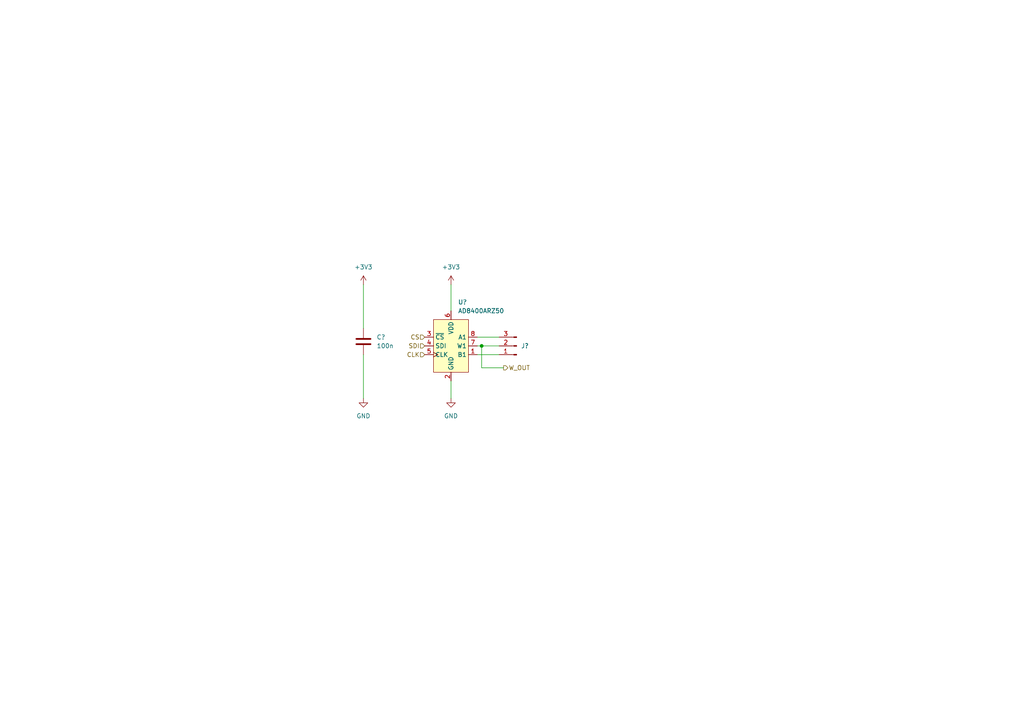
<source format=kicad_sch>
(kicad_sch (version 20211123) (generator eeschema)
  (paper "A4")
  (lib_symbols
    (symbol "Connector:Conn_01x03_Male" (pin_names (offset 1.016) hide)
      (property "Reference" "J" (at 0 5.08 0))
      (property "Value" "Conn_01x03_Male" (at 0 -5.08 0))
      (symbol "Conn_01x03_Male_1_1"
        (polyline (pts (xy 1.27 -2.54) (xy 0.8636 -2.54)) (stroke (width 0.1524)))
        (polyline (pts (xy 1.27 0) (xy 0.8636 0)) (stroke (width 0.1524)))
        (polyline (pts (xy 1.27 2.54) (xy 0.8636 2.54)) (stroke (width 0.1524)))
        (rectangle (start 0.8636 -2.413) (end 0 -2.667) (stroke (width 0.1524)) (fill (type outline)))
        (rectangle (start 0.8636 0.127) (end 0 -0.127) (stroke (width 0.1524)) (fill (type outline)))
        (rectangle (start 0.8636 2.667) (end 0 2.413) (stroke (width 0.1524)) (fill (type outline)))
        (pin passive line (at 5.08 2.54 180) (length 3.81) (name "Pin_1") (number "1"))
        (pin passive line (at 5.08 0 180) (length 3.81) (name "Pin_2") (number "2"))
        (pin passive line (at 5.08 -2.54 180) (length 3.81) (name "Pin_3") (number "3"))
      )
    )
    (symbol "Device:C" (pin_numbers hide) (pin_names (offset 0.254))
      (property "Reference" "C" (at 0.635 2.54 0))
      (property "Value" "C" (at 0.635 -2.54 0))
      (symbol "C_0_1"
        (polyline (pts (xy -2.032 -0.762) (xy 2.032 -0.762)) (stroke (width 0.508)))
        (polyline (pts (xy -2.032 0.762) (xy 2.032 0.762)) (stroke (width 0.508)))
      )
      (symbol "C_1_1"
        (pin passive line (at 0 3.81 270) (length 2.794) (name "~") (number "1"))
        (pin passive line (at 0 -3.81 90) (length 2.794) (name "~") (number "2"))
      )
    )
    (symbol "power:+3V3" (power) (pin_names (offset 0))
      (property "Value" "+3V3" (at 0 3.556 0))
      (symbol "+3V3_0_1"
        (polyline (pts (xy -0.762 1.27) (xy 0 2.54)))
        (polyline (pts (xy 0 0) (xy 0 2.54)))
        (polyline (pts (xy 0 2.54) (xy 0.762 1.27)))
      )
      (symbol "+3V3_1_1"
        (pin power_in line (at 0 0 90) (length 0) hide (name "+3V3") (number "1"))
      )
    )
    (symbol "power:GND" (power) (pin_names (offset 0))
      (property "Value" "GND" (at 0 -3.81 0))
      (symbol "GND_0_1"
        (polyline (pts (xy 0 0) (xy 0 -1.27) (xy 1.27 -1.27) (xy 0 -2.54) (xy -1.27 -1.27) (xy 0 -1.27)))
      )
      (symbol "GND_1_1"
        (pin power_in line (at 0 0 270) (length 0) hide (name "GND") (number "1"))
      )
    )
    (symbol "symbols:AD8400ARZ50"
      (property "Reference" "U" (at 7.62 -7.62 0))
      (property "Value" "AD8400ARZ50" (at 5.08 10.16 0))
      (symbol "AD8400ARZ50_0_1"
        (rectangle (start -5.08 7.62) (end 5.08 -7.62) (stroke (width 0.1524)) (fill (type background)))
      )
      (symbol "AD8400ARZ50_1_1"
        (pin passive line (at 7.62 -2.54 180) (length 2.54) (name "B1") (number "1"))
        (pin power_in line (at 0 -10.16 90) (length 2.54) (name "GND") (number "2"))
        (pin input line (at -7.62 2.54 0) (length 2.54) (name "~{CS}") (number "3"))
        (pin input line (at -7.62 0 0) (length 2.54) (name "SDI") (number "4"))
        (pin input clock (at -7.62 -2.54 0) (length 2.54) (name "CLK") (number "5"))
        (pin power_in line (at 0 10.16 270) (length 2.54) (name "VDD") (number "6"))
        (pin passive line (at 7.62 0 180) (length 2.54) (name "W1") (number "7"))
        (pin passive line (at 7.62 2.54 180) (length 2.54) (name "A1") (number "8"))
      )
    )
  )
  (junction (at 139.7 100.33))
  (wire (pts (xy 130.81 82.55) (xy 130.81 90.17)))
  (wire (pts (xy 105.41 82.55) (xy 105.41 95.25)))
  (wire (pts (xy 139.7 100.33) (xy 139.7 106.68)))
  (wire (pts (xy 139.7 106.68) (xy 146.05 106.68)))
  (wire (pts (xy 138.43 97.79) (xy 144.78 97.79)))
  (wire (pts (xy 130.81 110.49) (xy 130.81 115.57)))
  (wire (pts (xy 138.43 100.33) (xy 139.7 100.33)))
  (wire (pts (xy 105.41 102.87) (xy 105.41 115.57)))
  (wire (pts (xy 138.43 102.87) (xy 144.78 102.87)))
  (wire (pts (xy 139.7 100.33) (xy 144.78 100.33)))
  (hierarchical_label "CLK" (shape input) (at 123.19 102.87 180))
  (hierarchical_label "CS" (shape input) (at 123.19 97.79 180))
  (hierarchical_label "W_OUT" (shape output) (at 146.05 106.68 0))
  (hierarchical_label "SDI" (shape input) (at 123.19 100.33 180))
  (symbol (lib_id "power:GND") (at 130.81 115.57 0) (unit 1)
    (property "Reference" "#PWR?" (effects hide))
    (property "Value" "GND" (at 130.81 120.65 0))
  )
  (symbol (lib_id "Device:C") (at 105.41 99.06 0) (unit 1)
    (property "Reference" "C?" (at 109.22 97.7899 0) (effects (justify left)))
    (property "Value" "100n" (at 109.22 100.3299 0) (effects (justify left)))
  )
  (symbol (lib_id "power:+3V3") (at 105.41 82.55 0) (unit 1)
    (property "Reference" "#PWR?" (effects hide))
    (property "Value" "+3V3" (at 105.41 77.47 0))
  )
  (symbol (lib_id "symbols:AD8400ARZ50") (at 130.81 100.33 0) (unit 1)
    (property "Reference" "U?" (at 132.8294 87.63 0) (effects (justify left)))
    (property "Value" "AD8400ARZ50" (at 132.8294 90.17 0) (effects (justify left)))
    (property "Footprint" "Package_SO:SOP-8_3.9x4.9mm_P1.27mm" (effects hide))
  )
  (symbol (lib_id "Connector:Conn_01x03_Male") (at 149.86 100.33 180) (unit 1)
    (property "Reference" "J?" (at 151.13 100.3299 0) (effects (justify right)))
    (property "Value" "Conn_01x03_Male" (effects hide))
  )
  (symbol (lib_id "power:GND") (at 105.41 115.57 0) (unit 1)
    (property "Reference" "#PWR?" (effects hide))
    (property "Value" "GND" (at 105.41 120.65 0))
  )
  (symbol (lib_id "power:+3V3") (at 130.81 82.55 0) (unit 1)
    (property "Reference" "#PWR?" (effects hide))
    (property "Value" "+3V3" (at 130.81 77.47 0))
  )
)
</source>
